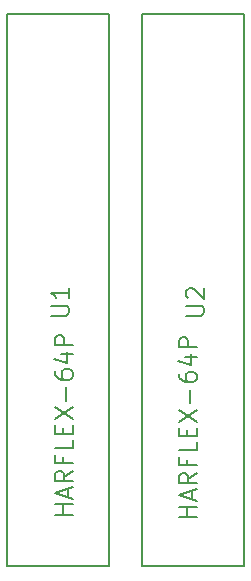
<source format=gto>
G04 #@! TF.FileFunction,Legend,Top*
%FSLAX46Y46*%
G04 Gerber Fmt 4.6, Leading zero omitted, Abs format (unit mm)*
G04 Created by KiCad (PCBNEW 4.0.4-stable) date 12/05/16 22:10:46*
%MOMM*%
%LPD*%
G01*
G04 APERTURE LIST*
%ADD10C,0.150000*%
G04 APERTURE END LIST*
D10*
X11546000Y-110000D02*
X20182000Y-110000D01*
X20182000Y-110000D02*
X20182000Y-46846000D01*
X20182000Y-46846000D02*
X11546000Y-46846000D01*
X11546000Y-46846000D02*
X11546000Y-110000D01*
X116000Y-110000D02*
X8752000Y-110000D01*
X8752000Y-110000D02*
X8752000Y-46846000D01*
X8752000Y-46846000D02*
X116000Y-46846000D01*
X116000Y-46846000D02*
X116000Y-110000D01*
X15296571Y-25636857D02*
X16510857Y-25636857D01*
X16653714Y-25565429D01*
X16725143Y-25494000D01*
X16796571Y-25351143D01*
X16796571Y-25065429D01*
X16725143Y-24922571D01*
X16653714Y-24851143D01*
X16510857Y-24779714D01*
X15296571Y-24779714D01*
X15439429Y-24136857D02*
X15368000Y-24065428D01*
X15296571Y-23922571D01*
X15296571Y-23565428D01*
X15368000Y-23422571D01*
X15439429Y-23351142D01*
X15582286Y-23279714D01*
X15725143Y-23279714D01*
X15939429Y-23351142D01*
X16796571Y-24208285D01*
X16796571Y-23279714D01*
X16178571Y-42671428D02*
X14678571Y-42671428D01*
X15392857Y-42671428D02*
X15392857Y-41814285D01*
X16178571Y-41814285D02*
X14678571Y-41814285D01*
X15750000Y-41171428D02*
X15750000Y-40457142D01*
X16178571Y-41314285D02*
X14678571Y-40814285D01*
X16178571Y-40314285D01*
X16178571Y-38957142D02*
X15464286Y-39457142D01*
X16178571Y-39814285D02*
X14678571Y-39814285D01*
X14678571Y-39242857D01*
X14750000Y-39099999D01*
X14821429Y-39028571D01*
X14964286Y-38957142D01*
X15178571Y-38957142D01*
X15321429Y-39028571D01*
X15392857Y-39099999D01*
X15464286Y-39242857D01*
X15464286Y-39814285D01*
X15392857Y-37814285D02*
X15392857Y-38314285D01*
X16178571Y-38314285D02*
X14678571Y-38314285D01*
X14678571Y-37599999D01*
X16178571Y-36314285D02*
X16178571Y-37028571D01*
X14678571Y-37028571D01*
X15392857Y-35814285D02*
X15392857Y-35314285D01*
X16178571Y-35099999D02*
X16178571Y-35814285D01*
X14678571Y-35814285D01*
X14678571Y-35099999D01*
X14678571Y-34599999D02*
X16178571Y-33599999D01*
X14678571Y-33599999D02*
X16178571Y-34599999D01*
X15607143Y-33028571D02*
X15607143Y-31885714D01*
X14678571Y-30528571D02*
X14678571Y-30814285D01*
X14750000Y-30957142D01*
X14821429Y-31028571D01*
X15035714Y-31171428D01*
X15321429Y-31242857D01*
X15892857Y-31242857D01*
X16035714Y-31171428D01*
X16107143Y-31100000D01*
X16178571Y-30957142D01*
X16178571Y-30671428D01*
X16107143Y-30528571D01*
X16035714Y-30457142D01*
X15892857Y-30385714D01*
X15535714Y-30385714D01*
X15392857Y-30457142D01*
X15321429Y-30528571D01*
X15250000Y-30671428D01*
X15250000Y-30957142D01*
X15321429Y-31100000D01*
X15392857Y-31171428D01*
X15535714Y-31242857D01*
X15178571Y-29100000D02*
X16178571Y-29100000D01*
X14607143Y-29457143D02*
X15678571Y-29814286D01*
X15678571Y-28885714D01*
X16178571Y-28314286D02*
X14678571Y-28314286D01*
X14678571Y-27742858D01*
X14750000Y-27600000D01*
X14821429Y-27528572D01*
X14964286Y-27457143D01*
X15178571Y-27457143D01*
X15321429Y-27528572D01*
X15392857Y-27600000D01*
X15464286Y-27742858D01*
X15464286Y-28314286D01*
X3866571Y-25636857D02*
X5080857Y-25636857D01*
X5223714Y-25565429D01*
X5295143Y-25494000D01*
X5366571Y-25351143D01*
X5366571Y-25065429D01*
X5295143Y-24922571D01*
X5223714Y-24851143D01*
X5080857Y-24779714D01*
X3866571Y-24779714D01*
X5366571Y-23279714D02*
X5366571Y-24136857D01*
X5366571Y-23708285D02*
X3866571Y-23708285D01*
X4080857Y-23851142D01*
X4223714Y-23994000D01*
X4295143Y-24136857D01*
X5678571Y-42471428D02*
X4178571Y-42471428D01*
X4892857Y-42471428D02*
X4892857Y-41614285D01*
X5678571Y-41614285D02*
X4178571Y-41614285D01*
X5250000Y-40971428D02*
X5250000Y-40257142D01*
X5678571Y-41114285D02*
X4178571Y-40614285D01*
X5678571Y-40114285D01*
X5678571Y-38757142D02*
X4964286Y-39257142D01*
X5678571Y-39614285D02*
X4178571Y-39614285D01*
X4178571Y-39042857D01*
X4250000Y-38899999D01*
X4321429Y-38828571D01*
X4464286Y-38757142D01*
X4678571Y-38757142D01*
X4821429Y-38828571D01*
X4892857Y-38899999D01*
X4964286Y-39042857D01*
X4964286Y-39614285D01*
X4892857Y-37614285D02*
X4892857Y-38114285D01*
X5678571Y-38114285D02*
X4178571Y-38114285D01*
X4178571Y-37399999D01*
X5678571Y-36114285D02*
X5678571Y-36828571D01*
X4178571Y-36828571D01*
X4892857Y-35614285D02*
X4892857Y-35114285D01*
X5678571Y-34899999D02*
X5678571Y-35614285D01*
X4178571Y-35614285D01*
X4178571Y-34899999D01*
X4178571Y-34399999D02*
X5678571Y-33399999D01*
X4178571Y-33399999D02*
X5678571Y-34399999D01*
X5107143Y-32828571D02*
X5107143Y-31685714D01*
X4178571Y-30328571D02*
X4178571Y-30614285D01*
X4250000Y-30757142D01*
X4321429Y-30828571D01*
X4535714Y-30971428D01*
X4821429Y-31042857D01*
X5392857Y-31042857D01*
X5535714Y-30971428D01*
X5607143Y-30900000D01*
X5678571Y-30757142D01*
X5678571Y-30471428D01*
X5607143Y-30328571D01*
X5535714Y-30257142D01*
X5392857Y-30185714D01*
X5035714Y-30185714D01*
X4892857Y-30257142D01*
X4821429Y-30328571D01*
X4750000Y-30471428D01*
X4750000Y-30757142D01*
X4821429Y-30900000D01*
X4892857Y-30971428D01*
X5035714Y-31042857D01*
X4678571Y-28900000D02*
X5678571Y-28900000D01*
X4107143Y-29257143D02*
X5178571Y-29614286D01*
X5178571Y-28685714D01*
X5678571Y-28114286D02*
X4178571Y-28114286D01*
X4178571Y-27542858D01*
X4250000Y-27400000D01*
X4321429Y-27328572D01*
X4464286Y-27257143D01*
X4678571Y-27257143D01*
X4821429Y-27328572D01*
X4892857Y-27400000D01*
X4964286Y-27542858D01*
X4964286Y-28114286D01*
M02*

</source>
